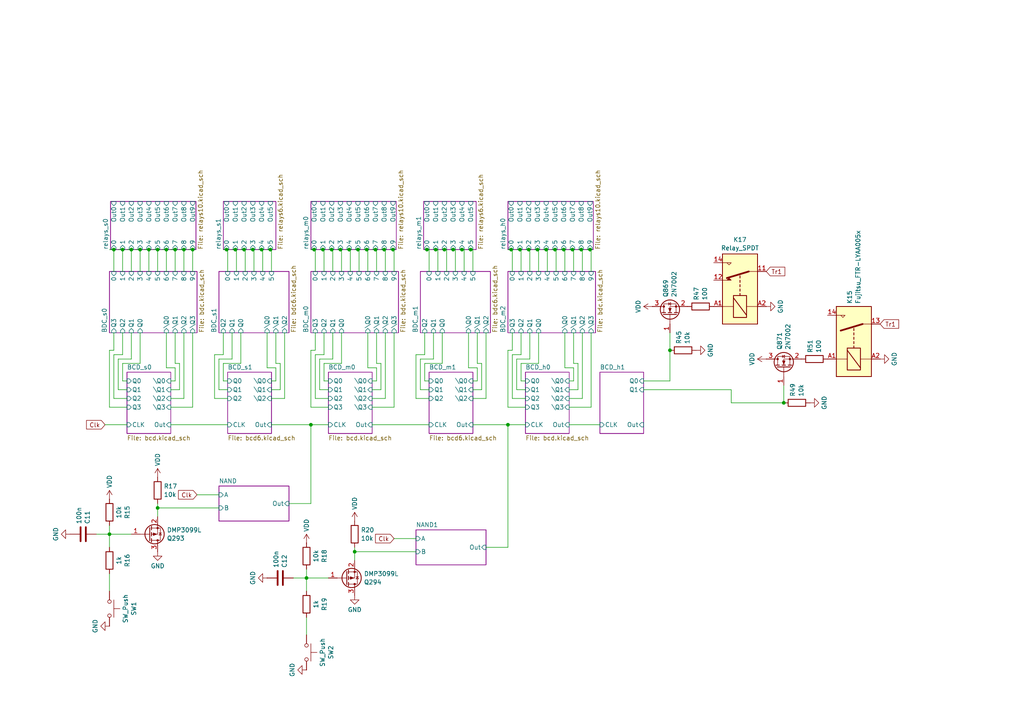
<source format=kicad_sch>
(kicad_sch (version 20250114) (generator "eeschema") (generator_version "9.0")
  (paper "A4")
  (lib_symbols
    (symbol "Device:C" (pin_numbers (hide yes)) (pin_names (offset 0.254))
      (property "Reference" "C" (at 0.635 2.54 0))
      (property "Value" "C" (at 0.635 -2.54 0))
      (symbol "C_0_1"
        (polyline (pts (xy -2.032 0.762) (xy 2.032 0.762)) (stroke (width 0.508)))
        (polyline (pts (xy -2.032 -0.762) (xy 2.032 -0.762)) (stroke (width 0.508)))
      )
      (symbol "C_1_1"
        (pin passive line (at 0 3.81 270) (length 2.794) (name "~") (number "1"))
        (pin passive line (at 0 -3.81 90) (length 2.794) (name "~") (number "2"))
      )
    )
    (symbol "Device:R" (pin_numbers (hide yes)) (pin_names (offset 0))
      (property "Reference" "R" (at 2.032 0 90))
      (property "Value" "R" (at 0 0 90))
      (symbol "R_0_1"
        (rectangle (start -1.016 -2.54) (end 1.016 2.54) (stroke (width 0.254)))
      )
      (symbol "R_1_1"
        (pin passive line (at 0 3.81 270) (length 1.27) (name "~") (number "1"))
        (pin passive line (at 0 -3.81 90) (length 1.27) (name "~") (number "2"))
      )
    )
    (symbol "Relay:Fujitsu_FTR-LYAA005x"
      (property "Reference" "K" (at 11.43 3.81 0))
      (property "Value" "Fujitsu_FTR-LYAA005x" (at 11.43 1.27 0))
      (symbol "Fujitsu_FTR-LYAA005x_0_0"
        (polyline (pts (xy 7.62 5.08) (xy 7.62 2.54) (xy 6.985 3.175) (xy 7.62 3.81)))
      )
      (symbol "Fujitsu_FTR-LYAA005x_0_1"
        (rectangle (start -10.16 5.08) (end 10.16 -5.08) (stroke (width 0.254)) (fill (type background)))
        (rectangle (start -8.255 1.905) (end -1.905 -1.905) (stroke (width 0.254)))
        (polyline (pts (xy -7.62 -1.905) (xy -2.54 1.905)) (stroke (width 0.254)))
        (polyline (pts (xy -5.08 5.08) (xy -5.08 1.905)))
        (polyline (pts (xy -5.08 -5.08) (xy -5.08 -1.905)))
        (polyline (pts (xy -1.905 0) (xy -1.27 0)) (stroke (width 0.254)))
        (polyline (pts (xy -0.635 0) (xy 0 0)) (stroke (width 0.254)))
        (polyline (pts (xy 0.635 0) (xy 1.27 0)) (stroke (width 0.254)))
        (polyline (pts (xy 1.905 0) (xy 2.54 0)) (stroke (width 0.254)))
        (polyline (pts (xy 3.175 0) (xy 3.81 0)) (stroke (width 0.254)))
        (polyline (pts (xy 5.08 -2.54) (xy 3.175 3.81)) (stroke (width 0.508)))
        (polyline (pts (xy 5.08 -2.54) (xy 5.08 -5.08)))
      )
      (symbol "Fujitsu_FTR-LYAA005x_1_1"
        (pin passive line (at -5.08 7.62 270) (length 2.54) (name "~") (number "A1"))
        (pin passive line (at -5.08 -7.62 90) (length 2.54) (name "~") (number "A2"))
        (pin passive line (at 5.08 -7.62 90) (length 2.54) (name "~") (number "13"))
        (pin passive line (at 7.62 7.62 270) (length 2.54) (name "~") (number "14"))
      )
    )
    (symbol "Relay:Relay_SPDT"
      (property "Reference" "K" (at 11.43 3.81 0))
      (property "Value" "Relay_SPDT" (at 11.43 1.27 0))
      (symbol "Relay_SPDT_0_0"
        (polyline (pts (xy 7.62 5.08) (xy 7.62 2.54) (xy 6.985 3.175) (xy 7.62 3.81)))
      )
      (symbol "Relay_SPDT_0_1"
        (rectangle (start -10.16 5.08) (end 10.16 -5.08) (stroke (width 0.254)) (fill (type background)))
        (rectangle (start -8.255 1.905) (end -1.905 -1.905) (stroke (width 0.254)))
        (polyline (pts (xy -7.62 -1.905) (xy -2.54 1.905)) (stroke (width 0.254)))
        (polyline (pts (xy -5.08 5.08) (xy -5.08 1.905)))
        (polyline (pts (xy -5.08 -5.08) (xy -5.08 -1.905)))
        (polyline (pts (xy -1.905 0) (xy -1.27 0)) (stroke (width 0.254)))
        (polyline (pts (xy -0.635 0) (xy 0 0)) (stroke (width 0.254)))
        (polyline (pts (xy 0.635 0) (xy 1.27 0)) (stroke (width 0.254)))
        (polyline (pts (xy 1.905 0) (xy 2.54 0)) (stroke (width 0.254)))
        (polyline (pts (xy 2.54 5.08) (xy 2.54 2.54) (xy 3.175 3.175) (xy 2.54 3.81)) (fill (type outline)))
        (polyline (pts (xy 3.175 0) (xy 3.81 0)) (stroke (width 0.254)))
        (polyline (pts (xy 5.08 -2.54) (xy 3.175 3.81)) (stroke (width 0.508)))
        (polyline (pts (xy 5.08 -2.54) (xy 5.08 -5.08)))
      )
      (symbol "Relay_SPDT_1_1"
        (pin passive line (at -5.08 7.62 270) (length 2.54) (name "~") (number "A1"))
        (pin passive line (at -5.08 -7.62 90) (length 2.54) (name "~") (number "A2"))
        (pin passive line (at 2.54 7.62 270) (length 2.54) (name "~") (number "12"))
        (pin passive line (at 5.08 -7.62 90) (length 2.54) (name "~") (number "11"))
        (pin passive line (at 7.62 7.62 270) (length 2.54) (name "~") (number "14"))
      )
    )
    (symbol "Switch:SW_Push" (pin_numbers (hide yes)) (pin_names (offset 1.016) (hide yes))
      (property "Reference" "SW" (at 1.27 2.54 0))
      (property "Value" "SW_Push" (at 0 -1.524 0))
      (symbol "SW_Push_0_1"
        (circle (center -2.032 0) (radius 0.508))
        (polyline (pts (xy 0 1.27) (xy 0 3.048)))
        (circle (center 2.032 0) (radius 0.508))
        (polyline (pts (xy 2.54 1.27) (xy -2.54 1.27)))
        (pin passive line (at -5.08 0 0) (length 2.54) (name "1") (number "1"))
        (pin passive line (at 5.08 0 180) (length 2.54) (name "2") (number "2"))
      )
    )
    (symbol "Transistor_FET:2N7002" (pin_names (offset 0) (hide yes))
      (property "Reference" "Q" (at 5.08 1.905 0))
      (property "Value" "2N7002" (at 5.08 0 0))
      (symbol "2N7002_0_1"
        (polyline (pts (xy 0.254 1.905) (xy 0.254 -1.905)) (stroke (width 0.254)))
        (polyline (pts (xy 0.254 0) (xy -2.54 0)))
        (polyline (pts (xy 0.762 2.286) (xy 0.762 1.27)) (stroke (width 0.254)))
        (polyline (pts (xy 0.762 0.508) (xy 0.762 -0.508)) (stroke (width 0.254)))
        (polyline (pts (xy 0.762 -1.27) (xy 0.762 -2.286)) (stroke (width 0.254)))
        (polyline (pts (xy 0.762 -1.778) (xy 3.302 -1.778) (xy 3.302 1.778) (xy 0.762 1.778)))
        (polyline (pts (xy 1.016 0) (xy 2.032 0.381) (xy 2.032 -0.381) (xy 1.016 0)) (fill (type outline)))
        (circle (center 1.651 0) (radius 2.794) (stroke (width 0.254)))
        (polyline (pts (xy 2.54 2.54) (xy 2.54 1.778)))
        (circle (center 2.54 1.778) (radius 0.254) (fill (type outline)))
        (circle (center 2.54 -1.778) (radius 0.254) (fill (type outline)))
        (polyline (pts (xy 2.54 -2.54) (xy 2.54 0) (xy 0.762 0)))
        (polyline (pts (xy 2.921 0.381) (xy 3.683 0.381)))
        (polyline (pts (xy 3.302 0.381) (xy 2.921 -0.254) (xy 3.683 -0.254) (xy 3.302 0.381)))
      )
      (symbol "2N7002_1_1"
        (pin input line (at -5.08 0 0) (length 2.54) (name "G") (number "1"))
        (pin passive line (at 2.54 5.08 270) (length 2.54) (name "D") (number "3"))
        (pin passive line (at 2.54 -5.08 90) (length 2.54) (name "S") (number "2"))
      )
    )
    (symbol "Transistor_FET:DMP3099L" (pin_names (offset 0) (hide yes))
      (property "Reference" "Q" (at 5.08 1.905 0))
      (property "Value" "DMP3099L" (at 5.08 0 0))
      (symbol "DMP3099L_0_1"
        (polyline (pts (xy 0.254 1.905) (xy 0.254 -1.905)) (stroke (width 0.254)))
        (polyline (pts (xy 0.254 0) (xy -2.54 0)))
        (polyline (pts (xy 0.762 2.286) (xy 0.762 1.27)) (stroke (width 0.254)))
        (polyline (pts (xy 0.762 1.778) (xy 3.302 1.778) (xy 3.302 -1.778) (xy 0.762 -1.778)))
        (polyline (pts (xy 0.762 0.508) (xy 0.762 -0.508)) (stroke (width 0.254)))
        (polyline (pts (xy 0.762 -1.27) (xy 0.762 -2.286)) (stroke (width 0.254)))
        (circle (center 1.651 0) (radius 2.794) (stroke (width 0.254)))
        (polyline (pts (xy 2.286 0) (xy 1.27 0.381) (xy 1.27 -0.381) (xy 2.286 0)) (fill (type outline)))
        (polyline (pts (xy 2.54 2.54) (xy 2.54 1.778)))
        (circle (center 2.54 1.778) (radius 0.254) (fill (type outline)))
        (circle (center 2.54 -1.778) (radius 0.254) (fill (type outline)))
        (polyline (pts (xy 2.54 -2.54) (xy 2.54 0) (xy 0.762 0)))
        (polyline (pts (xy 2.921 -0.381) (xy 3.683 -0.381)))
        (polyline (pts (xy 3.302 -0.381) (xy 2.921 0.254) (xy 3.683 0.254) (xy 3.302 -0.381)))
      )
      (symbol "DMP3099L_1_1"
        (pin input line (at -5.08 0 0) (length 2.54) (name "G") (number "1"))
        (pin passive line (at 2.54 5.08 270) (length 2.54) (name "D") (number "3"))
        (pin passive line (at 2.54 -5.08 90) (length 2.54) (name "S") (number "2"))
      )
    )
    (symbol "power:GND" (power) (pin_numbers (hide yes)) (pin_names (offset 0) (hide yes))
      (property "Value" "GND" (at 0 -3.81 0))
      (symbol "GND_0_1"
        (polyline (pts (xy 0 0) (xy 0 -1.27) (xy 1.27 -1.27) (xy 0 -2.54) (xy -1.27 -1.27) (xy 0 -1.27)))
      )
      (symbol "GND_1_1"
        (pin power_in line (at 0 0 270) (length 0) (name "~") (number "1"))
      )
    )
    (symbol "power:VDD" (power) (pin_numbers (hide yes)) (pin_names (offset 0) (hide yes))
      (property "Value" "VDD" (at 0 3.556 0))
      (symbol "VDD_0_1"
        (polyline (pts (xy -0.762 1.27) (xy 0 2.54)))
        (polyline (pts (xy 0 2.54) (xy 0.762 1.27)))
        (polyline (pts (xy 0 0) (xy 0 2.54)))
      )
      (symbol "VDD_1_1"
        (pin power_in line (at 0 0 90) (length 0) (name "~") (number "1"))
      )
    )
  )
  (junction (at 40.64 72.39))
  (junction (at 101.2825 72.39))
  (junction (at 168.5925 72.39))
  (junction (at 35.56 72.39))
  (junction (at 150.8125 72.39))
  (junction (at 106.3625 72.39))
  (junction (at 227.33 116.84))
  (junction (at 88.9 167.64))
  (junction (at 163.5125 72.39))
  (junction (at 48.26 72.39))
  (junction (at 111.4425 72.39))
  (junction (at 91.1225 72.39))
  (junction (at 45.72 147.32))
  (junction (at 128.905 72.39))
  (junction (at 136.525 72.39))
  (junction (at 96.2025 72.39))
  (junction (at 93.6625 72.39))
  (junction (at 45.72 72.39))
  (junction (at 158.4325 72.39))
  (junction (at 102.87 160.02))
  (junction (at 43.18 72.39))
  (junction (at 166.0525 72.39))
  (junction (at 108.9025 72.39))
  (junction (at 55.88 72.39))
  (junction (at 160.9725 72.39))
  (junction (at 155.8925 72.39))
  (junction (at 148.2725 72.39))
  (junction (at 73.3425 72.39))
  (junction (at 113.9825 72.39))
  (junction (at 31.75 154.94))
  (junction (at 98.7425 72.39))
  (junction (at 65.7225 72.39))
  (junction (at 103.8225 72.39))
  (junction (at 153.3525 72.39))
  (junction (at 33.02 72.39))
  (junction (at 147.32 123.19))
  (junction (at 126.365 72.39))
  (junction (at 171.1325 72.39))
  (junction (at 38.1 72.39))
  (junction (at 50.8 72.39))
  (junction (at 53.34 72.39))
  (junction (at 133.985 72.39))
  (junction (at 131.445 72.39))
  (junction (at 194.31 101.6))
  (junction (at 70.8025 72.39))
  (junction (at 78.4225 72.39))
  (junction (at 68.2625 72.39))
  (junction (at 123.825 72.39))
  (junction (at 90.17 123.19))
  (junction (at 75.8825 72.39))
  (wire (pts (xy 107.95 110.49) (xy 109.22 110.49)))
  (wire (pts (xy 82.55 96.52) (xy 82.55 115.57)))
  (wire (pts (xy 105.41 72.39) (xy 106.3625 72.39)))
  (wire (pts (xy 66.04 78.74) (xy 66.04 72.39)))
  (wire (pts (xy 34.29 113.03) (xy 36.83 113.03)))
  (wire (pts (xy 36.83 110.49) (xy 35.56 110.49)))
  (wire (pts (xy 31.75 118.11) (xy 36.83 118.11)))
  (wire (pts (xy 33.02 78.74) (xy 33.02 72.39)))
  (wire (pts (xy 120.65 115.57) (xy 124.46 115.57)))
  (wire (pts (xy 130.81 72.39) (xy 131.445 72.39)))
  (wire (pts (xy 153.67 96.52) (xy 153.67 104.14)))
  (wire (pts (xy 135.89 106.68) (xy 135.89 96.52)))
  (wire (pts (xy 111.76 78.74) (xy 111.76 72.39)))
  (wire (pts (xy 90.17 146.05) (xy 90.17 123.19)))
  (wire (pts (xy 163.5125 72.39) (xy 163.83 72.39)))
  (wire (pts (xy 88.9 167.64) (xy 95.25 167.64)))
  (wire (pts (xy 110.49 105.41) (xy 110.49 113.03)))
  (wire (pts (xy 152.4 115.57) (xy 148.59 115.57)))
  (wire (pts (xy 91.44 78.74) (xy 91.44 72.39)))
  (wire (pts (xy 64.77 72.39) (xy 65.7225 72.39)))
  (wire (pts (xy 151.13 96.52) (xy 151.13 102.87)))
  (wire (pts (xy 158.4325 72.39) (xy 158.75 72.39)))
  (wire (pts (xy 40.64 78.74) (xy 40.64 72.39)))
  (wire (pts (xy 166.37 106.68) (xy 163.83 106.68)))
  (wire (pts (xy 152.4 118.11) (xy 147.32 118.11)))
  (wire (pts (xy 125.73 72.39) (xy 126.365 72.39)))
  (wire (pts (xy 128.27 72.39) (xy 128.905 72.39)))
  (wire (pts (xy 90.17 118.11) (xy 95.25 118.11)))
  (wire (pts (xy 91.44 115.57) (xy 91.44 102.87)))
  (wire (pts (xy 124.46 78.74) (xy 124.46 72.39)))
  (wire (pts (xy 63.5 113.03) (xy 66.04 113.03)))
  (wire (pts (xy 50.8 78.74) (xy 50.8 72.39)))
  (wire (pts (xy 148.59 101.6) (xy 147.32 101.6)))
  (wire (pts (xy 49.53 72.39) (xy 50.8 72.39)))
  (wire (pts (xy 137.16 113.03) (xy 139.7 113.03)))
  (wire (pts (xy 163.83 78.74) (xy 163.83 72.39)))
  (wire (pts (xy 166.37 105.41) (xy 167.64 105.41)))
  (wire (pts (xy 147.32 118.11) (xy 147.32 101.6)))
  (wire (pts (xy 36.83 115.57) (xy 33.02 115.57)))
  (wire (pts (xy 96.52 78.74) (xy 96.52 72.39)))
  (wire (pts (xy 120.65 115.57) (xy 120.65 102.87)))
  (wire (pts (xy 113.03 72.39) (xy 113.9825 72.39)))
  (wire (pts (xy 69.85 72.39) (xy 70.8025 72.39)))
  (wire (pts (xy 57.15 143.51) (xy 63.5 143.51)))
  (wire (pts (xy 49.53 123.19) (xy 66.04 123.19)))
  (wire (pts (xy 147.32 123.19) (xy 152.4 123.19)))
  (wire (pts (xy 53.34 96.52) (xy 53.34 115.57)))
  (wire (pts (xy 140.97 158.75) (xy 147.32 158.75)))
  (wire (pts (xy 106.3625 72.39) (xy 106.68 72.39)))
  (wire (pts (xy 137.16 78.74) (xy 137.16 72.39)))
  (wire (pts (xy 80.01 106.68) (xy 77.47 106.68)))
  (wire (pts (xy 171.45 78.74) (xy 171.45 72.39)))
  (wire (pts (xy 41.91 72.39) (xy 43.18 72.39)))
  (wire (pts (xy 35.56 110.49) (xy 35.56 105.41)))
  (wire (pts (xy 80.01 105.41) (xy 81.28 105.41)))
  (wire (pts (xy 81.28 105.41) (xy 81.28 113.03)))
  (wire (pts (xy 101.2825 72.39) (xy 101.6 72.39)))
  (wire (pts (xy 48.26 106.68) (xy 48.26 96.52)))
  (wire (pts (xy 156.21 96.52) (xy 156.21 105.41)))
  (wire (pts (xy 106.68 106.68) (xy 106.68 96.52)))
  (wire (pts (xy 33.02 101.6) (xy 31.75 101.6)))
  (wire (pts (xy 194.31 101.6) (xy 194.31 96.52)))
  (wire (pts (xy 92.71 72.39) (xy 93.6625 72.39)))
  (wire (pts (xy 62.23 115.57) (xy 62.23 102.87)))
  (wire (pts (xy 151.13 78.74) (xy 151.13 72.39)))
  (wire (pts (xy 148.59 78.74) (xy 148.59 72.39)))
  (wire (pts (xy 45.72 147.32) (xy 45.72 149.86)))
  (wire (pts (xy 68.58 78.74) (xy 68.58 72.39)))
  (wire (pts (xy 31.75 171.45) (xy 31.75 166.37)))
  (wire (pts (xy 165.1 110.49) (xy 166.37 110.49)))
  (wire (pts (xy 136.525 72.39) (xy 137.16 72.39)))
  (wire (pts (xy 151.13 105.41) (xy 156.21 105.41)))
  (wire (pts (xy 52.07 72.39) (xy 53.34 72.39)))
  (wire (pts (xy 102.87 72.39) (xy 103.8225 72.39)))
  (wire (pts (xy 96.52 96.52) (xy 96.52 104.14)))
  (wire (pts (xy 49.53 115.57) (xy 53.34 115.57)))
  (wire (pts (xy 35.56 105.41) (xy 40.64 105.41)))
  (wire (pts (xy 171.1325 72.39) (xy 171.45 72.39)))
  (wire (pts (xy 153.67 72.39) (xy 153.67 78.74)))
  (wire (pts (xy 153.67 104.14) (xy 149.86 104.14)))
  (wire (pts (xy 140.97 96.52) (xy 140.97 115.57)))
  (wire (pts (xy 68.2625 72.39) (xy 68.58 72.39)))
  (wire (pts (xy 101.6 78.74) (xy 101.6 72.39)))
  (wire (pts (xy 78.74 113.03) (xy 81.28 113.03)))
  (wire (pts (xy 109.22 105.41) (xy 110.49 105.41)))
  (wire (pts (xy 38.1 96.52) (xy 38.1 104.14)))
  (wire (pts (xy 114.3 96.52) (xy 114.3 118.11)))
  (wire (pts (xy 50.8 106.68) (xy 48.26 106.68)))
  (wire (pts (xy 128.27 96.52) (xy 128.27 105.41)))
  (wire (pts (xy 138.43 96.52) (xy 138.43 105.41)))
  (wire (pts (xy 33.02 115.57) (xy 33.02 102.87)))
  (wire (pts (xy 90.17 72.39) (xy 91.1225 72.39)))
  (wire (pts (xy 62.23 102.87) (xy 64.77 102.87)))
  (wire (pts (xy 135.89 72.39) (xy 136.525 72.39)))
  (wire (pts (xy 137.16 123.19) (xy 147.32 123.19)))
  (wire (pts (xy 155.8925 72.39) (xy 156.21 72.39)))
  (wire (pts (xy 167.64 113.03) (xy 165.1 113.03)))
  (wire (pts (xy 45.72 146.05) (xy 45.72 147.32)))
  (wire (pts (xy 138.43 105.41) (xy 139.7 105.41)))
  (wire (pts (xy 49.53 110.49) (xy 50.8 110.49)))
  (wire (pts (xy 64.77 96.52) (xy 64.77 102.87)))
  (wire (pts (xy 138.43 106.68) (xy 135.89 106.68)))
  (wire (pts (xy 111.4425 72.39) (xy 111.76 72.39)))
  (wire (pts (xy 78.4225 72.39) (xy 78.74 72.39)))
  (wire (pts (xy 121.92 104.14) (xy 121.92 113.03)))
  (wire (pts (xy 134.62 78.74) (xy 134.62 72.39)))
  (wire (pts (xy 126.365 72.39) (xy 127 72.39)))
  (wire (pts (xy 52.07 113.03) (xy 49.53 113.03)))
  (wire (pts (xy 109.22 106.68) (xy 106.68 106.68)))
  (wire (pts (xy 96.52 104.14) (xy 92.71 104.14)))
  (wire (pts (xy 71.12 78.74) (xy 71.12 72.39)))
  (wire (pts (xy 160.9725 72.39) (xy 161.29 72.39)))
  (wire (pts (xy 64.77 110.49) (xy 64.77 105.41)))
  (wire (pts (xy 131.445 72.39) (xy 132.08 72.39)))
  (wire (pts (xy 45.72 78.74) (xy 45.72 72.39)))
  (wire (pts (xy 123.19 110.49) (xy 124.46 110.49)))
  (wire (pts (xy 95.25 72.39) (xy 96.2025 72.39)))
  (wire (pts (xy 109.22 96.52) (xy 109.22 105.41)))
  (wire (pts (xy 36.83 72.39) (xy 38.1 72.39)))
  (wire (pts (xy 104.14 78.74) (xy 104.14 72.39)))
  (wire (pts (xy 166.37 78.74) (xy 166.37 72.39)))
  (wire (pts (xy 31.75 154.94) (xy 31.75 152.4)))
  (wire (pts (xy 38.1 104.14) (xy 34.29 104.14)))
  (wire (pts (xy 123.19 110.49) (xy 123.19 105.41)))
  (wire (pts (xy 168.91 78.74) (xy 168.91 72.39)))
  (wire (pts (xy 152.4 110.49) (xy 151.13 110.49)))
  (wire (pts (xy 80.01 96.52) (xy 80.01 105.41)))
  (wire (pts (xy 88.9 167.64) (xy 88.9 165.1)))
  (wire (pts (xy 151.13 110.49) (xy 151.13 105.41)))
  (wire (pts (xy 137.16 110.49) (xy 138.43 110.49)))
  (wire (pts (xy 110.49 72.39) (xy 111.4425 72.39)))
  (wire (pts (xy 55.88 96.52) (xy 55.88 118.11)))
  (wire (pts (xy 63.5 104.14) (xy 63.5 113.03)))
  (wire (pts (xy 97.79 72.39) (xy 98.7425 72.39)))
  (wire (pts (xy 31.75 154.94) (xy 38.1 154.94)))
  (wire (pts (xy 40.64 96.52) (xy 40.64 105.41)))
  (wire (pts (xy 78.74 115.57) (xy 82.55 115.57)))
  (wire (pts (xy 45.72 147.32) (xy 63.5 147.32)))
  (wire (pts (xy 99.06 78.74) (xy 99.06 72.39)))
  (wire (pts (xy 163.83 106.68) (xy 163.83 96.52)))
  (wire (pts (xy 148.59 102.87) (xy 151.13 102.87)))
  (wire (pts (xy 125.73 104.14) (xy 121.92 104.14)))
  (wire (pts (xy 92.71 104.14) (xy 92.71 113.03)))
  (wire (pts (xy 165.1 123.19) (xy 173.99 123.19)))
  (wire (pts (xy 93.98 110.49) (xy 93.98 105.41)))
  (wire (pts (xy 35.56 96.52) (xy 35.56 102.87)))
  (wire (pts (xy 114.3 78.74) (xy 114.3 72.39)))
  (wire (pts (xy 62.23 115.57) (xy 66.04 115.57)))
  (wire (pts (xy 93.6625 72.39) (xy 93.98 72.39)))
  (wire (pts (xy 109.22 78.74) (xy 109.22 72.39)))
  (wire (pts (xy 73.66 78.74) (xy 73.66 72.39)))
  (wire (pts (xy 102.87 158.75) (xy 102.87 160.02)))
  (wire (pts (xy 148.59 96.52) (xy 148.59 101.6)))
  (wire (pts (xy 152.4 113.03) (xy 149.86 113.03)))
  (wire (pts (xy 168.5925 72.39) (xy 168.91 72.39)))
  (wire (pts (xy 77.47 72.39) (xy 78.4225 72.39)))
  (wire (pts (xy 165.1 115.57) (xy 168.91 115.57)))
  (wire (pts (xy 80.01 110.49) (xy 80.01 106.68)))
  (wire (pts (xy 127 78.74) (xy 127 72.39)))
  (wire (pts (xy 91.44 96.52) (xy 91.44 101.6)))
  (wire (pts (xy 64.77 110.49) (xy 66.04 110.49)))
  (wire (pts (xy 148.59 115.57) (xy 148.59 102.87)))
  (wire (pts (xy 114.3 118.11) (xy 107.95 118.11)))
  (wire (pts (xy 133.985 72.39) (xy 134.62 72.39)))
  (wire (pts (xy 102.87 160.02) (xy 102.87 162.56)))
  (wire (pts (xy 133.35 72.39) (xy 133.985 72.39)))
  (wire (pts (xy 70.8025 72.39) (xy 71.12 72.39)))
  (wire (pts (xy 54.61 72.39) (xy 55.88 72.39)))
  (wire (pts (xy 102.87 160.02) (xy 120.65 160.02)))
  (wire (pts (xy 31.75 158.75) (xy 31.75 154.94)))
  (wire (pts (xy 157.48 72.39) (xy 158.4325 72.39)))
  (wire (pts (xy 121.92 113.03) (xy 124.46 113.03)))
  (wire (pts (xy 91.44 102.87) (xy 93.98 102.87)))
  (wire (pts (xy 153.3525 72.39) (xy 153.67 72.39)))
  (wire (pts (xy 52.07 105.41) (xy 52.07 113.03)))
  (wire (pts (xy 107.95 72.39) (xy 108.9025 72.39)))
  (wire (pts (xy 93.98 105.41) (xy 99.06 105.41)))
  (wire (pts (xy 154.94 72.39) (xy 155.8925 72.39)))
  (wire (pts (xy 92.71 113.03) (xy 95.25 113.03)))
  (wire (pts (xy 90.17 101.6) (xy 90.17 118.11)))
  (wire (pts (xy 147.32 72.39) (xy 148.2725 72.39)))
  (wire (pts (xy 165.1 72.39) (xy 166.0525 72.39)))
  (wire (pts (xy 78.74 78.74) (xy 78.74 72.39)))
  (wire (pts (xy 111.76 96.52) (xy 111.76 115.57)))
  (wire (pts (xy 149.86 113.03) (xy 149.86 104.14)))
  (wire (pts (xy 88.9 171.45) (xy 88.9 167.64)))
  (wire (pts (xy 103.8225 72.39) (xy 104.14 72.39)))
  (wire (pts (xy 166.37 110.49) (xy 166.37 106.68)))
  (wire (pts (xy 50.8 96.52) (xy 50.8 105.41)))
  (wire (pts (xy 152.4 72.39) (xy 153.3525 72.39)))
  (wire (pts (xy 161.29 78.74) (xy 161.29 72.39)))
  (wire (pts (xy 78.74 110.49) (xy 80.01 110.49)))
  (wire (pts (xy 91.1225 72.39) (xy 91.44 72.39)))
  (wire (pts (xy 186.69 110.49) (xy 194.31 110.49)))
  (wire (pts (xy 55.88 78.74) (xy 55.88 72.39)))
  (wire (pts (xy 31.75 72.39) (xy 33.02 72.39)))
  (wire (pts (xy 129.54 78.74) (xy 129.54 72.39)))
  (wire (pts (xy 186.69 113.03) (xy 212.09 113.03)))
  (wire (pts (xy 95.25 110.49) (xy 93.98 110.49)))
  (wire (pts (xy 171.45 96.52) (xy 171.45 118.11)))
  (wire (pts (xy 212.09 116.84) (xy 227.33 116.84)))
  (wire (pts (xy 34.29 72.39) (xy 35.56 72.39)))
  (wire (pts (xy 167.64 72.39) (xy 168.5925 72.39)))
  (wire (pts (xy 95.25 115.57) (xy 91.44 115.57)))
  (wire (pts (xy 69.85 96.52) (xy 69.85 105.41)))
  (wire (pts (xy 139.7 105.41) (xy 139.7 113.03)))
  (wire (pts (xy 156.21 78.74) (xy 156.21 72.39)))
  (wire (pts (xy 123.19 96.52) (xy 123.19 102.87)))
  (wire (pts (xy 162.56 72.39) (xy 163.5125 72.39)))
  (wire (pts (xy 72.39 72.39) (xy 73.3425 72.39)))
  (wire (pts (xy 77.47 106.68) (xy 77.47 96.52)))
  (wire (pts (xy 44.45 72.39) (xy 45.72 72.39)))
  (wire (pts (xy 120.65 102.87) (xy 123.19 102.87)))
  (wire (pts (xy 148.2725 72.39) (xy 148.59 72.39)))
  (wire (pts (xy 107.95 123.19) (xy 124.46 123.19)))
  (wire (pts (xy 123.825 72.39) (xy 124.46 72.39)))
  (wire (pts (xy 107.95 115.57) (xy 111.76 115.57)))
  (wire (pts (xy 73.3425 72.39) (xy 73.66 72.39)))
  (wire (pts (xy 138.43 110.49) (xy 138.43 106.68)))
  (wire (pts (xy 74.93 72.39) (xy 75.8825 72.39)))
  (wire (pts (xy 123.19 72.39) (xy 123.825 72.39)))
  (wire (pts (xy 170.18 72.39) (xy 171.1325 72.39)))
  (wire (pts (xy 93.98 78.74) (xy 93.98 72.39)))
  (wire (pts (xy 96.2025 72.39) (xy 96.52 72.39)))
  (wire (pts (xy 132.08 78.74) (xy 132.08 72.39)))
  (wire (pts (xy 33.02 96.52) (xy 33.02 101.6)))
  (wire (pts (xy 113.9825 72.39) (xy 114.3 72.39)))
  (wire (pts (xy 168.91 115.57) (xy 168.91 96.52)))
  (wire (pts (xy 34.29 104.14) (xy 34.29 113.03)))
  (wire (pts (xy 114.3 156.21) (xy 120.65 156.21)))
  (wire (pts (xy 93.98 96.52) (xy 93.98 102.87)))
  (wire (pts (xy 171.45 118.11) (xy 165.1 118.11)))
  (wire (pts (xy 227.33 116.84) (xy 227.33 111.76)))
  (wire (pts (xy 150.8125 72.39) (xy 151.13 72.39)))
  (wire (pts (xy 31.75 154.94) (xy 27.94 154.94)))
  (wire (pts (xy 212.09 113.03) (xy 212.09 116.84)))
  (wire (pts (xy 53.34 78.74) (xy 53.34 72.39)))
  (wire (pts (xy 100.33 72.39) (xy 101.2825 72.39)))
  (wire (pts (xy 83.82 146.05) (xy 90.17 146.05)))
  (wire (pts (xy 67.31 96.52) (xy 67.31 104.14)))
  (wire (pts (xy 137.16 115.57) (xy 140.97 115.57)))
  (wire (pts (xy 109.22 110.49) (xy 109.22 106.68)))
  (wire (pts (xy 67.31 72.39) (xy 68.2625 72.39)))
  (wire (pts (xy 123.19 105.41) (xy 128.27 105.41)))
  (wire (pts (xy 39.37 72.39) (xy 40.64 72.39)))
  (wire (pts (xy 46.99 72.39) (xy 48.26 72.39)))
  (wire (pts (xy 64.77 105.41) (xy 69.85 105.41)))
  (wire (pts (xy 91.44 101.6) (xy 90.17 101.6)))
  (wire (pts (xy 108.9025 72.39) (xy 109.22 72.39)))
  (wire (pts (xy 30.48 123.19) (xy 36.83 123.19)))
  (wire (pts (xy 99.06 96.52) (xy 99.06 105.41)))
  (wire (pts (xy 55.88 118.11) (xy 49.53 118.11)))
  (wire (pts (xy 38.1 78.74) (xy 38.1 72.39)))
  (wire (pts (xy 88.9 167.64) (xy 85.09 167.64)))
  (wire (pts (xy 160.02 72.39) (xy 160.9725 72.39)))
  (wire (pts (xy 158.75 78.74) (xy 158.75 72.39)))
  (wire (pts (xy 194.31 110.49) (xy 194.31 101.6)))
  (wire (pts (xy 149.86 72.39) (xy 150.8125 72.39)))
  (wire (pts (xy 48.26 78.74) (xy 48.26 72.39)))
  (wire (pts (xy 106.68 78.74) (xy 106.68 72.39)))
  (wire (pts (xy 110.49 113.03) (xy 107.95 113.03)))
  (wire (pts (xy 147.32 123.19) (xy 147.32 158.75)))
  (wire (pts (xy 76.2 78.74) (xy 76.2 72.39)))
  (wire (pts (xy 88.9 184.15) (xy 88.9 179.07)))
  (wire (pts (xy 125.73 96.52) (xy 125.73 104.14)))
  (wire (pts (xy 33.02 102.87) (xy 35.56 102.87)))
  (wire (pts (xy 50.8 110.49) (xy 50.8 106.68)))
  (wire (pts (xy 167.64 105.41) (xy 167.64 113.03)))
  (wire (pts (xy 65.7225 72.39) (xy 66.04 72.39)))
  (wire (pts (xy 166.37 96.52) (xy 166.37 105.41)))
  (wire (pts (xy 75.8825 72.39) (xy 76.2 72.39)))
  (wire (pts (xy 50.8 105.41) (xy 52.07 105.41)))
  (wire (pts (xy 166.0525 72.39) (xy 166.37 72.39)))
  (wire (pts (xy 98.7425 72.39) (xy 99.06 72.39)))
  (wire (pts (xy 90.17 123.19) (xy 95.25 123.19)))
  (wire (pts (xy 67.31 104.14) (xy 63.5 104.14)))
  (wire (pts (xy 35.56 78.74) (xy 35.56 72.39)))
  (wire (pts (xy 31.75 101.6) (xy 31.75 118.11)))
  (wire (pts (xy 43.18 78.74) (xy 43.18 72.39)))
  (wire (pts (xy 78.74 123.19) (xy 90.17 123.19)))
  (wire (pts (xy 128.905 72.39) (xy 129.54 72.39)))
  (global_label "Clk" (shape input) (at 114.3 156.21 180) (property "Intersheetrefs" "${INTERSHEET_REFS}" (effects (hide yes))))
  (global_label "Tr1" (shape input) (at 255.27 93.98 0) (property "Intersheetrefs" "${INTERSHEET_REFS}" (effects (hide yes))))
  (global_label "Clk" (shape input) (at 57.15 143.51 180) (property "Intersheetrefs" "${INTERSHEET_REFS}" (effects (hide yes))))
  (global_label "Tr1" (shape input) (at 222.25 78.74 0) (property "Intersheetrefs" "${INTERSHEET_REFS}" (effects (hide yes))))
  (global_label "Clk" (shape input) (at 30.48 123.19 180) (property "Intersheetrefs" "${INTERSHEET_REFS}" (effects (hide yes))))
  (symbol (lib_id "power:VDD") (at 88.9 157.48 0) (mirror y) (unit 1)
    (property "Reference" "#PWR0122" (effects (hide yes)))
    (property "Value" "VDD" (at 88.9 154.305 90) (effects (justify left)))
    (property "Description" "Power symbol creates a global label with name \"VDD\"" (effects (hide yes)))
  )
  (symbol (lib_id "Relay:Fujitsu_FTR-LYAA005x") (at 247.65 99.06 90) (unit 1)
    (property "Reference" "K15" (at 246.4378 88.138 0) (effects (justify left)))
    (property "Value" "Fujitsu_FTR-LYAA005x" (at 248.8621 88.138 0) (effects (justify left)))
    (property "Footprint" "Relay_THT:Relay_SPST-NO_Fujitsu_FTR-LYAA005x_FormA_Vertical" (effects (hide yes)))
    (property "Datasheet" "https://www.fujitsu.com/sg/imagesgig5/ftr-ly.pdf" (effects (hide yes)))
    (property "Description" "Relay, SPST Form A, vertical mount, 5-60V coil, 6A, 250VAC, 28 x 5 x 15mm" (effects (hide yes)))
  )
  (symbol (lib_id "power:GND") (at 88.9 194.31 270) (mirror x) (unit 1)
    (property "Reference" "#PWR0123" (effects (hide yes)))
    (property "Value" "GND" (at 84.7669 194.31 0))
    (property "Description" "Power symbol creates a global label with name \"GND\" , ground" (effects (hide yes)))
  )
  (symbol (lib_id "power:GND") (at 31.75 181.61 270) (mirror x) (unit 1)
    (property "Reference" "#PWR0118" (effects (hide yes)))
    (property "Value" "GND" (at 27.6169 181.61 0))
    (property "Description" "Power symbol creates a global label with name \"GND\" , ground" (effects (hide yes)))
  )
  (symbol (lib_id "power:GND") (at 77.47 167.64 270) (mirror x) (unit 1)
    (property "Reference" "#PWR0121" (effects (hide yes)))
    (property "Value" "GND" (at 73.3369 167.64 0))
    (property "Description" "Power symbol creates a global label with name \"GND\" , ground" (effects (hide yes)))
  )
  (symbol (lib_id "Device:R") (at 102.87 154.94 0) (unit 1)
    (property "Reference" "R20" (at 104.648 153.7278 0) (effects (justify left)))
    (property "Value" "10k" (at 104.648 156.1521 0) (effects (justify left)))
    (property "Footprint" "Resistor_SMD:R_0402_1005Metric" (effects (hide yes)))
    (property "Description" "Resistor" (effects (hide yes)))
  )
  (symbol (lib_id "power:VDD") (at 189.23 88.9 90) (unit 1)
    (property "Reference" "#PWR0360" (effects (hide yes)))
    (property "Value" "VDD" (at 185.0969 88.9 0))
    (property "Description" "Power symbol creates a global label with name \"VDD\"" (effects (hide yes)))
  )
  (symbol (lib_id "Device:R") (at 236.22 104.14 90) (unit 1)
    (property "Reference" "R51" (at 235.0078 102.362 0) (effects (justify left)))
    (property "Value" "100" (at 237.4321 102.362 0) (effects (justify left)))
    (property "Footprint" "Resistor_SMD:R_0402_1005Metric" (effects (hide yes)))
    (property "Description" "Resistor" (effects (hide yes)))
  )
  (symbol (lib_id "power:VDD") (at 102.87 151.13 0) (mirror y) (unit 1)
    (property "Reference" "#PWR0124" (effects (hide yes)))
    (property "Value" "VDD" (at 102.87 147.955 90) (effects (justify left)))
    (property "Description" "Power symbol creates a global label with name \"VDD\"" (effects (hide yes)))
  )
  (symbol (lib_id "power:VDD") (at 31.75 144.78 0) (mirror y) (unit 1)
    (property "Reference" "#PWR0117" (effects (hide yes)))
    (property "Value" "VDD" (at 31.75 141.605 90) (effects (justify left)))
    (property "Description" "Power symbol creates a global label with name \"VDD\"" (effects (hide yes)))
  )
  (symbol (lib_id "Relay:Relay_SPDT") (at 214.63 83.82 90) (unit 1)
    (property "Reference" "K17" (at 214.63 69.5155 90))
    (property "Value" "Relay_SPDT" (at 214.63 71.9398 90))
    (property "Description" "Relay SPDT, monostable, EN50005" (effects (hide yes)))
  )
  (symbol (lib_id "power:VDD") (at 222.25 104.14 90) (unit 1)
    (property "Reference" "#PWR0366" (effects (hide yes)))
    (property "Value" "VDD" (at 218.1169 104.14 0))
    (property "Description" "Power symbol creates a global label with name \"VDD\"" (effects (hide yes)))
  )
  (symbol (lib_id "power:GND") (at 201.93 101.6 90) (unit 1)
    (property "Reference" "#PWR0358" (effects (hide yes)))
    (property "Value" "GND" (at 206.0631 101.6 0))
    (property "Description" "Power symbol creates a global label with name \"GND\" , ground" (effects (hide yes)))
  )
  (symbol (lib_id "Transistor_FET:2N7002") (at 227.33 106.68 90) (unit 1)
    (property "Reference" "Q871" (at 226.1178 101.473 0) (effects (justify left)))
    (property "Value" "2N7002" (at 228.5421 101.473 0) (effects (justify left)))
    (property "Footprint" "Package_TO_SOT_SMD:SOT-23" (effects (hide yes)))
    (property "Datasheet" "https://www.onsemi.com/pub/Collateral/NDS7002A-D.PDF" (effects (hide yes)))
    (property "Description" "0.115A Id, 60V Vds, N-Channel MOSFET, SOT-23" (effects (hide yes)))
  )
  (symbol (lib_id "Device:R") (at 31.75 148.59 0) (mirror x) (unit 1)
    (property "Reference" "R15" (at 36.9105 148.59 90))
    (property "Value" "10k" (at 34.4862 148.59 90))
    (property "Footprint" "Resistor_SMD:R_0402_1005Metric" (effects (hide yes)))
    (property "Description" "Resistor" (effects (hide yes)))
  )
  (symbol (lib_id "Device:R") (at 45.72 142.24 0) (unit 1)
    (property "Reference" "R17" (at 47.498 141.0278 0) (effects (justify left)))
    (property "Value" "10k" (at 47.498 143.4521 0) (effects (justify left)))
    (property "Footprint" "Resistor_SMD:R_0402_1005Metric" (effects (hide yes)))
    (property "Description" "Resistor" (effects (hide yes)))
  )
  (symbol (lib_id "Device:R") (at 31.75 162.56 0) (mirror x) (unit 1)
    (property "Reference" "R16" (at 36.9105 162.56 90))
    (property "Value" "1k" (at 34.4862 162.56 90))
    (property "Footprint" "Resistor_SMD:R_0402_1005Metric" (effects (hide yes)))
    (property "Description" "Resistor" (effects (hide yes)))
  )
  (symbol (lib_id "Device:C") (at 81.28 167.64 270) (mirror x) (unit 1)
    (property "Reference" "C12" (at 82.4922 164.719 0) (effects (justify left)))
    (property "Value" "100n" (at 80.0679 164.719 0) (effects (justify left)))
    (property "Description" "Unpolarized capacitor" (effects (hide yes)))
  )
  (symbol (lib_id "Transistor_FET:DMP3099L") (at 100.33 167.64 0) (mirror x) (unit 1)
    (property "Reference" "Q294" (at 105.537 168.8522 0) (effects (justify left)))
    (property "Value" "DMP3099L" (at 105.537 166.4279 0) (effects (justify left)))
    (property "Footprint" "Package_TO_SOT_SMD:SOT-23" (effects (hide yes)))
    (property "Datasheet" "https://www.diodes.com/assets/Datasheets/DMP3099L.pdf" (effects (hide yes)))
    (property "Description" "-3.8A Id, -30V Vds, P-Channel MOSFET, SOT-23" (effects (hide yes)))
  )
  (symbol (lib_id "Device:R") (at 88.9 175.26 0) (mirror x) (unit 1)
    (property "Reference" "R19" (at 94.0605 175.26 90))
    (property "Value" "1k" (at 91.6362 175.26 90))
    (property "Footprint" "Resistor_SMD:R_0402_1005Metric" (effects (hide yes)))
    (property "Description" "Resistor" (effects (hide yes)))
  )
  (symbol (lib_id "power:GND") (at 222.25 88.9 90) (unit 1)
    (property "Reference" "#PWR0361" (effects (hide yes)))
    (property "Value" "GND" (at 226.3831 88.9 0))
    (property "Description" "Power symbol creates a global label with name \"GND\" , ground" (effects (hide yes)))
  )
  (symbol (lib_id "power:GND") (at 234.95 116.84 90) (unit 1)
    (property "Reference" "#PWR0364" (effects (hide yes)))
    (property "Value" "GND" (at 239.0831 116.84 0))
    (property "Description" "Power symbol creates a global label with name \"GND\" , ground" (effects (hide yes)))
  )
  (symbol (lib_id "power:GND") (at 20.32 154.94 270) (mirror x) (unit 1)
    (property "Reference" "#PWR0116" (effects (hide yes)))
    (property "Value" "GND" (at 16.1869 154.94 0))
    (property "Description" "Power symbol creates a global label with name \"GND\" , ground" (effects (hide yes)))
  )
  (symbol (lib_id "Device:R") (at 203.2 88.9 90) (unit 1)
    (property "Reference" "R47" (at 201.9878 87.122 0) (effects (justify left)))
    (property "Value" "100" (at 204.4121 87.122 0) (effects (justify left)))
    (property "Footprint" "Resistor_SMD:R_0402_1005Metric" (effects (hide yes)))
    (property "Description" "Resistor" (effects (hide yes)))
  )
  (symbol (lib_id "Device:R") (at 198.12 101.6 90) (unit 1)
    (property "Reference" "R45" (at 196.9078 99.822 0) (effects (justify left)))
    (property "Value" "10k" (at 199.3321 99.822 0) (effects (justify left)))
    (property "Footprint" "Resistor_SMD:R_0402_1005Metric" (effects (hide yes)))
    (property "Description" "Resistor" (effects (hide yes)))
  )
  (symbol (lib_id "Transistor_FET:DMP3099L") (at 43.18 154.94 0) (mirror x) (unit 1)
    (property "Reference" "Q293" (at 48.387 156.1522 0) (effects (justify left)))
    (property "Value" "DMP3099L" (at 48.387 153.7279 0) (effects (justify left)))
    (property "Footprint" "Package_TO_SOT_SMD:SOT-23" (effects (hide yes)))
    (property "Datasheet" "https://www.diodes.com/assets/Datasheets/DMP3099L.pdf" (effects (hide yes)))
    (property "Description" "-3.8A Id, -30V Vds, P-Channel MOSFET, SOT-23" (effects (hide yes)))
  )
  (symbol (lib_id "Switch:SW_Push") (at 31.75 176.53 270) (mirror x) (unit 1)
    (property "Reference" "SW1" (at 38.8155 176.53 0))
    (property "Value" "SW_Push" (at 36.3912 176.53 0))
    (property "Description" "Push button switch, generic, two pins" (effects (hide yes)))
  )
  (symbol (lib_id "Transistor_FET:2N7002") (at 194.31 91.44 90) (unit 1)
    (property "Reference" "Q869" (at 193.0978 86.233 0) (effects (justify left)))
    (property "Value" "2N7002" (at 195.5221 86.233 0) (effects (justify left)))
    (property "Footprint" "Package_TO_SOT_SMD:SOT-23" (effects (hide yes)))
    (property "Datasheet" "https://www.onsemi.com/pub/Collateral/NDS7002A-D.PDF" (effects (hide yes)))
    (property "Description" "0.115A Id, 60V Vds, N-Channel MOSFET, SOT-23" (effects (hide yes)))
  )
  (symbol (lib_id "power:GND") (at 102.87 172.72 0) (unit 1)
    (property "Reference" "#PWR0125" (effects (hide yes)))
    (property "Value" "GND" (at 102.87 176.8531 0))
    (property "Description" "Power symbol creates a global label with name \"GND\" , ground" (effects (hide yes)))
  )
  (symbol (lib_id "Device:C") (at 24.13 154.94 270) (mirror x) (unit 1)
    (property "Reference" "C11" (at 25.3422 152.019 0) (effects (justify left)))
    (property "Value" "100n" (at 22.9179 152.019 0) (effects (justify left)))
    (property "Description" "Unpolarized capacitor" (effects (hide yes)))
  )
  (symbol (lib_id "Switch:SW_Push") (at 88.9 189.23 270) (mirror x) (unit 1)
    (property "Reference" "SW2" (at 95.9655 189.23 0))
    (property "Value" "SW_Push" (at 93.5412 189.23 0))
    (property "Description" "Push button switch, generic, two pins" (effects (hide yes)))
  )
  (symbol (lib_id "power:GND") (at 255.27 104.14 90) (unit 1)
    (property "Reference" "#PWR0367" (effects (hide yes)))
    (property "Value" "GND" (at 259.4031 104.14 0))
    (property "Description" "Power symbol creates a global label with name \"GND\" , ground" (effects (hide yes)))
  )
  (symbol (lib_id "Device:R") (at 88.9 161.29 0) (mirror x) (unit 1)
    (property "Reference" "R18" (at 94.0605 161.29 90))
    (property "Value" "10k" (at 91.6362 161.29 90))
    (property "Footprint" "Resistor_SMD:R_0402_1005Metric" (effects (hide yes)))
    (property "Description" "Resistor" (effects (hide yes)))
  )
  (symbol (lib_id "power:GND") (at 45.72 160.02 0) (unit 1)
    (property "Reference" "#PWR0120" (effects (hide yes)))
    (property "Value" "GND" (at 45.72 164.1531 0))
    (property "Description" "Power symbol creates a global label with name \"GND\" , ground" (effects (hide yes)))
  )
  (symbol (lib_id "power:VDD") (at 45.72 138.43 0) (mirror y) (unit 1)
    (property "Reference" "#PWR0119" (effects (hide yes)))
    (property "Value" "VDD" (at 45.72 135.255 90) (effects (justify left)))
    (property "Description" "Power symbol creates a global label with name \"VDD\"" (effects (hide yes)))
  )
  (symbol (lib_id "Device:R") (at 231.14 116.84 90) (unit 1)
    (property "Reference" "R49" (at 229.9278 115.062 0) (effects (justify left)))
    (property "Value" "10k" (at 232.3521 115.062 0) (effects (justify left)))
    (property "Footprint" "Resistor_SMD:R_0402_1005Metric" (effects (hide yes)))
    (property "Description" "Resistor" (effects (hide yes)))
  )
  (sheet (at 63.5 78.74) (size 20.32 17.78) (stroke (width 0.1524) (color 132 0 132 1)) (fill (color 255 255 255 0.0000))
    (property "Sheetname" "BDC_s1" (at 62.7884 96.52 90) (effects (justify left bottom)))
    (property "Sheetfile" "bdc6.kicad_sch" (at 84.4046 96.52 90) (effects (justify left top)))
    (pin "0" input (at 66.04 78.74 90))
    (pin "1" input (at 68.58 78.74 90))
    (pin "2" input (at 71.12 78.74 90))
    (pin "3" input (at 73.66 78.74 90))
    (pin "4" input (at 76.2 78.74 90))
    (pin "5" input (at 78.74 78.74 90))
    (pin "Q0" input (at 69.85 96.52 270))
    (pin "Q1" input (at 67.31 96.52 270))
    (pin "Q2" input (at 64.77 96.52 270))
    (pin "\\Q0" input (at 77.47 96.52 270))
    (pin "\\Q1" input (at 80.01 96.52 270))
    (pin "\\Q2" input (at 82.55 96.52 270))
  )
  (sheet (at 120.65 153.67) (size 20.32 10.16) (stroke (width 0.1524) (color 132 0 132 1)) (fill (color 255 255 255 0.0000))
    (property "Sheetname" "NAND1" (at 120.65 152.9584 0) (effects (justify left bottom)))
    (property "Sheetfile" "and.kicad_sch" (effects (hide yes)))
    (pin "A" input (at 120.65 156.21 180))
    (pin "B" input (at 120.65 160.02 180))
    (pin "Out" input (at 140.97 158.75 0))
  )
  (sheet (at 95.25 107.95) (size 12.7 17.78) (stroke (width 0.1524) (color 132 0 132 1)) (fill (color 255 255 255 0.0000))
    (property "Sheetname" "BCD_m0" (at 95.25 107.2384 0) (effects (justify left bottom)))
    (property "Sheetfile" "bcd.kicad_sch" (at 95.25 126.3146 0) (effects (justify left top)))
    (pin "CLK" input (at 95.25 123.19 180))
    (pin "Out" input (at 107.95 123.19 0))
    (pin "Q0" input (at 95.25 110.49 180))
    (pin "Q1" input (at 95.25 113.03 180))
    (pin "Q2" input (at 95.25 115.57 180))
    (pin "Q3" input (at 95.25 118.11 180))
    (pin "\\Q0" input (at 107.95 110.49 0))
    (pin "\\Q1" input (at 107.95 113.03 0))
    (pin "\\Q2" input (at 107.95 115.57 0))
    (pin "\\Q3" input (at 107.95 118.11 0))
  )
  (sheet (at 152.4 107.95) (size 12.7 17.78) (stroke (width 0.1524) (color 132 0 132 1)) (fill (color 255 255 255 0.0000))
    (property "Sheetname" "BCD_h0" (at 152.4 107.2384 0) (effects (justify left bottom)))
    (property "Sheetfile" "bcd.kicad_sch" (at 152.4 126.3146 0) (effects (justify left top)))
    (pin "CLK" input (at 152.4 123.19 180))
    (pin "Out" input (at 165.1 123.19 0))
    (pin "Q0" input (at 152.4 110.49 180))
    (pin "Q1" input (at 152.4 113.03 180))
    (pin "Q2" input (at 152.4 115.57 180))
    (pin "Q3" input (at 152.4 118.11 180))
    (pin "\\Q0" input (at 165.1 110.49 0))
    (pin "\\Q1" input (at 165.1 113.03 0))
    (pin "\\Q2" input (at 165.1 115.57 0))
    (pin "\\Q3" input (at 165.1 118.11 0))
  )
  (sheet (at 124.46 107.95) (size 12.7 17.78) (stroke (width 0.1524) (color 132 0 132 1)) (fill (color 255 255 255 0.0000))
    (property "Sheetname" "BCD_m1" (at 124.46 107.2384 0) (effects (justify left bottom)))
    (property "Sheetfile" "bcd6.kicad_sch" (at 124.46 126.3146 0) (effects (justify left top)))
    (pin "CLK" input (at 124.46 123.19 180))
    (pin "Out" input (at 137.16 123.19 0))
    (pin "Q0" input (at 124.46 110.49 180))
    (pin "Q1" input (at 124.46 113.03 180))
    (pin "Q2" input (at 124.46 115.57 180))
    (pin "\\Q0" input (at 137.16 110.49 0))
    (pin "\\Q1" input (at 137.16 113.03 0))
    (pin "\\Q2" input (at 137.16 115.57 0))
  )
  (sheet (at 31.75 78.74) (size 25.4 17.78) (stroke (width 0.1524) (color 132 0 132 1)) (fill (color 255 255 255 0.0000))
    (property "Sheetname" "BDC_s0" (at 31.0384 96.52 90) (effects (justify left bottom)))
    (property "Sheetfile" "bdc.kicad_sch" (at 57.7346 96.52 90) (effects (justify left top)))
    (pin "0" input (at 33.02 78.74 90))
    (pin "1" input (at 35.56 78.74 90))
    (pin "2" input (at 38.1 78.74 90))
    (pin "3" input (at 40.64 78.74 90))
    (pin "4" input (at 43.18 78.74 90))
    (pin "5" input (at 45.72 78.74 90))
    (pin "6" input (at 48.26 78.74 90))
    (pin "7" input (at 50.8 78.74 90))
    (pin "8" input (at 53.34 78.74 90))
    (pin "9" input (at 55.88 78.74 90))
    (pin "Q0" input (at 40.64 96.52 270))
    (pin "Q1" input (at 38.1 96.52 270))
    (pin "Q2" input (at 35.56 96.52 270))
    (pin "Q3" input (at 33.02 96.52 270))
    (pin "\\Q0" input (at 48.26 96.52 270))
    (pin "\\Q1" input (at 50.8 96.52 270))
    (pin "\\Q2" input (at 53.34 96.52 270))
    (pin "\\Q3" input (at 55.88 96.52 270))
  )
  (sheet (at 90.17 58.42) (size 24.765 13.97) (stroke (width 0.1524) (color 132 0 132 1)) (fill (color 255 255 255 0.0000))
    (property "Sheetname" "relays_m0" (at 89.4584 72.39 90) (effects (justify left bottom)))
    (property "Sheetfile" "relays10.kicad_sch" (at 115.5196 72.39 90) (effects (justify left top)))
    (pin "0" input (at 91.1225 72.39 270))
    (pin "1" input (at 93.6625 72.39 270))
    (pin "2" input (at 96.2025 72.39 270))
    (pin "3" input (at 98.7425 72.39 270))
    (pin "4" input (at 101.2825 72.39 270))
    (pin "5" input (at 103.8225 72.39 270))
    (pin "6" input (at 106.3625 72.39 270))
    (pin "7" input (at 108.9025 72.39 270))
    (pin "8" input (at 111.4425 72.39 270))
    (pin "9" input (at 113.9825 72.39 270))
    (pin "Out0" input (at 91.1225 58.42 90))
    (pin "Out1" input (at 93.6625 58.42 90))
    (pin "Out2" input (at 96.2025 58.42 90))
    (pin "Out3" input (at 98.7425 58.42 90))
    (pin "Out4" input (at 101.2825 58.42 90))
    (pin "Out5" input (at 103.8225 58.42 90))
    (pin "Out6" input (at 106.3625 58.42 90))
    (pin "Out7" input (at 108.9025 58.42 90))
    (pin "Out8" input (at 111.4425 58.42 90))
    (pin "Out9" input (at 113.9825 58.42 90))
  )
  (sheet (at 66.04 107.95) (size 12.7 17.78) (stroke (width 0.1524) (color 132 0 132 1)) (fill (color 255 255 255 0.0000))
    (property "Sheetname" "BCD_s1" (at 66.04 107.2384 0) (effects (justify left bottom)))
    (property "Sheetfile" "bcd6.kicad_sch" (at 66.04 126.3146 0) (effects (justify left top)))
    (pin "CLK" input (at 66.04 123.19 180))
    (pin "Out" input (at 78.74 123.19 0))
    (pin "Q0" input (at 66.04 110.49 180))
    (pin "Q1" input (at 66.04 113.03 180))
    (pin "Q2" input (at 66.04 115.57 180))
    (pin "\\Q0" input (at 78.74 110.49 0))
    (pin "\\Q1" input (at 78.74 113.03 0))
    (pin "\\Q2" input (at 78.74 115.57 0))
  )
  (sheet (at 36.83 107.95) (size 12.7 17.78) (stroke (width 0.1524) (color 132 0 132 1)) (fill (color 255 255 255 0.0000))
    (property "Sheetname" "BCD_s0" (at 36.83 107.2384 0) (effects (justify left bottom)))
    (property "Sheetfile" "bcd.kicad_sch" (at 36.83 126.3146 0) (effects (justify left top)))
    (pin "CLK" input (at 36.83 123.19 180))
    (pin "Out" input (at 49.53 123.19 0))
    (pin "Q0" input (at 36.83 110.49 180))
    (pin "Q1" input (at 36.83 113.03 180))
    (pin "Q2" input (at 36.83 115.57 180))
    (pin "Q3" input (at 36.83 118.11 180))
    (pin "\\Q0" input (at 49.53 110.49 0))
    (pin "\\Q1" input (at 49.53 113.03 0))
    (pin "\\Q2" input (at 49.53 115.57 0))
    (pin "\\Q3" input (at 49.53 118.11 0))
  )
  (sheet (at 32.0675 58.42) (size 24.765 13.97) (stroke (width 0.1524) (color 132 0 132 1)) (fill (color 255 255 255 0.0000))
    (property "Sheetname" "relays_s0" (at 31.3559 72.39 90) (effects (justify left bottom)))
    (property "Sheetfile" "relays10.kicad_sch" (at 57.4171 72.39 90) (effects (justify left top)))
    (pin "0" input (at 33.02 72.39 270))
    (pin "1" input (at 35.56 72.39 270))
    (pin "2" input (at 38.1 72.39 270))
    (pin "3" input (at 40.64 72.39 270))
    (pin "4" input (at 43.18 72.39 270))
    (pin "5" input (at 45.72 72.39 270))
    (pin "6" input (at 48.26 72.39 270))
    (pin "7" input (at 50.8 72.39 270))
    (pin "8" input (at 53.34 72.39 270))
    (pin "9" input (at 55.88 72.39 270))
    (pin "Out0" input (at 33.02 58.42 90))
    (pin "Out1" input (at 35.56 58.42 90))
    (pin "Out2" input (at 38.1 58.42 90))
    (pin "Out3" input (at 40.64 58.42 90))
    (pin "Out4" input (at 43.18 58.42 90))
    (pin "Out5" input (at 45.72 58.42 90))
    (pin "Out6" input (at 48.26 58.42 90))
    (pin "Out7" input (at 50.8 58.42 90))
    (pin "Out8" input (at 53.34 58.42 90))
    (pin "Out9" input (at 55.88 58.42 90))
  )
  (sheet (at 64.77 58.42) (size 15.24 13.97) (stroke (width 0.1524) (color 132 0 132 1)) (fill (color 255 255 255 0.0000))
    (property "Sheetname" "relays_s1" (at 64.0584 72.39 90) (effects (justify left bottom)))
    (property "Sheetfile" "relays6.kicad_sch" (at 80.5946 72.39 90) (effects (justify left top)))
    (pin "0" input (at 65.7225 72.39 270))
    (pin "1" input (at 68.2625 72.39 270))
    (pin "2" input (at 70.8025 72.39 270))
    (pin "3" input (at 73.3425 72.39 270))
    (pin "4" input (at 75.8825 72.39 270))
    (pin "5" input (at 78.4225 72.39 270))
    (pin "Out0" input (at 65.7225 58.42 90))
    (pin "Out1" input (at 68.2625 58.42 90))
    (pin "Out2" input (at 70.8025 58.42 90))
    (pin "Out3" input (at 73.3425 58.42 90))
    (pin "Out4" input (at 75.8825 58.42 90))
    (pin "Out5" input (at 78.4225 58.42 90))
  )
  (sheet (at 90.17 78.74) (size 25.4 17.78) (stroke (width 0.1524) (color 132 0 132 1)) (fill (color 255 255 255 0.0000))
    (property "Sheetname" "BDC_m0" (at 89.4584 96.52 90) (effects (justify left bottom)))
    (property "Sheetfile" "bdc.kicad_sch" (at 116.1546 96.52 90) (effects (justify left top)))
    (pin "0" input (at 91.44 78.74 90))
    (pin "1" input (at 93.98 78.74 90))
    (pin "2" input (at 96.52 78.74 90))
    (pin "3" input (at 99.06 78.74 90))
    (pin "4" input (at 101.6 78.74 90))
    (pin "5" input (at 104.14 78.74 90))
    (pin "6" input (at 106.68 78.74 90))
    (pin "7" input (at 109.22 78.74 90))
    (pin "8" input (at 111.76 78.74 90))
    (pin "9" input (at 114.3 78.74 90))
    (pin "Q0" input (at 99.06 96.52 270))
    (pin "Q1" input (at 96.52 96.52 270))
    (pin "Q2" input (at 93.98 96.52 270))
    (pin "Q3" input (at 91.44 96.52 270))
    (pin "\\Q0" input (at 106.68 96.52 270))
    (pin "\\Q1" input (at 109.22 96.52 270))
    (pin "\\Q2" input (at 111.76 96.52 270))
    (pin "\\Q3" input (at 114.3 96.52 270))
  )
  (sheet (at 147.32 58.42) (size 24.765 13.97) (stroke (width 0.1524) (color 132 0 132 1)) (fill (color 255 255 255 0.0000))
    (property "Sheetname" "relays_h0" (at 146.6084 72.39 90) (effects (justify left bottom)))
    (property "Sheetfile" "relays10.kicad_sch" (at 172.6696 72.39 90) (effects (justify left top)))
    (pin "0" input (at 148.2725 72.39 270))
    (pin "1" input (at 150.8125 72.39 270))
    (pin "2" input (at 153.3525 72.39 270))
    (pin "3" input (at 155.8925 72.39 270))
    (pin "4" input (at 158.4325 72.39 270))
    (pin "5" input (at 160.9725 72.39 270))
    (pin "6" input (at 163.5125 72.39 270))
    (pin "7" input (at 166.0525 72.39 270))
    (pin "8" input (at 168.5925 72.39 270))
    (pin "9" input (at 171.1325 72.39 270))
    (pin "Out0" input (at 148.2725 58.42 90))
    (pin "Out1" input (at 150.8125 58.42 90))
    (pin "Out2" input (at 153.3525 58.42 90))
    (pin "Out3" input (at 155.8925 58.42 90))
    (pin "Out4" input (at 158.4325 58.42 90))
    (pin "Out5" input (at 160.9725 58.42 90))
    (pin "Out6" input (at 163.5125 58.42 90))
    (pin "Out7" input (at 166.0525 58.42 90))
    (pin "Out8" input (at 168.5925 58.42 90))
    (pin "Out9" input (at 171.1325 58.42 90))
  )
  (sheet (at 122.8725 58.42) (size 15.24 13.97) (stroke (width 0.1524) (color 132 0 132 1)) (fill (color 255 255 255 0.0000))
    (property "Sheetname" "relays_m1" (at 122.1609 72.39 90) (effects (justify left bottom)))
    (property "Sheetfile" "relays6.kicad_sch" (at 138.6971 72.39 90) (effects (justify left top)))
    (pin "0" input (at 123.825 72.39 270))
    (pin "1" input (at 126.365 72.39 270))
    (pin "2" input (at 128.905 72.39 270))
    (pin "3" input (at 131.445 72.39 270))
    (pin "4" input (at 133.985 72.39 270))
    (pin "5" input (at 136.525 72.39 270))
    (pin "Out0" input (at 123.825 58.42 90))
    (pin "Out1" input (at 126.365 58.42 90))
    (pin "Out2" input (at 128.905 58.42 90))
    (pin "Out3" input (at 131.445 58.42 90))
    (pin "Out4" input (at 133.985 58.42 90))
    (pin "Out5" input (at 136.525 58.42 90))
  )
  (sheet (at 121.92 78.74) (size 20.32 17.78) (stroke (width 0.1524) (color 132 0 132 1)) (fill (color 255 255 255 0.0000))
    (property "Sheetname" "BDC_m1" (at 121.2084 96.52 90) (effects (justify left bottom)))
    (property "Sheetfile" "bdc6.kicad_sch" (at 142.8246 96.52 90) (effects (justify left top)))
    (pin "0" input (at 124.46 78.74 90))
    (pin "1" input (at 127 78.74 90))
    (pin "2" input (at 129.54 78.74 90))
    (pin "3" input (at 132.08 78.74 90))
    (pin "4" input (at 134.62 78.74 90))
    (pin "5" input (at 137.16 78.74 90))
    (pin "Q0" input (at 128.27 96.52 270))
    (pin "Q1" input (at 125.73 96.52 270))
    (pin "Q2" input (at 123.19 96.52 270))
    (pin "\\Q0" input (at 135.89 96.52 270))
    (pin "\\Q1" input (at 138.43 96.52 270))
    (pin "\\Q2" input (at 140.97 96.52 270))
  )
  (sheet (at 147.32 78.74) (size 25.4 17.78) (stroke (width 0.1524) (color 132 0 132 1)) (fill (color 255 255 255 0.0000))
    (property "Sheetname" "BDC_m2" (at 146.6084 96.52 90) (effects (justify left bottom)))
    (property "Sheetfile" "bdc.kicad_sch" (at 173.3046 96.52 90) (effects (justify left top)))
    (pin "0" input (at 148.59 78.74 90))
    (pin "1" input (at 151.13 78.74 90))
    (pin "2" input (at 153.67 78.74 90))
    (pin "3" input (at 156.21 78.74 90))
    (pin "4" input (at 158.75 78.74 90))
    (pin "5" input (at 161.29 78.74 90))
    (pin "6" input (at 163.83 78.74 90))
    (pin "7" input (at 166.37 78.74 90))
    (pin "8" input (at 168.91 78.74 90))
    (pin "9" input (at 171.45 78.74 90))
    (pin "Q0" input (at 156.21 96.52 270))
    (pin "Q1" input (at 153.67 96.52 270))
    (pin "Q2" input (at 151.13 96.52 270))
    (pin "Q3" input (at 148.59 96.52 270))
    (pin "\\Q0" input (at 163.83 96.52 270))
    (pin "\\Q1" input (at 166.37 96.52 270))
    (pin "\\Q2" input (at 168.91 96.52 270))
    (pin "\\Q3" input (at 171.45 96.52 270))
  )
  (sheet (at 173.99 107.95) (size 12.7 17.78) (stroke (width 0.1524) (color 132 0 132 1)) (fill (color 255 255 255 0.0000))
    (property "Sheetname" "BCD_h1" (at 173.99 107.2384 0) (effects (justify left bottom)))
    (property "Sheetfile" "bcd2.kicad_sch" (effects (hide yes)))
    (pin "CLK" input (at 173.99 123.19 180))
    (pin "Out" input (at 186.69 123.19 0))
    (pin "Q0" input (at 186.69 110.49 0))
    (pin "Q1" input (at 186.69 113.03 0))
  )
  (sheet (at 63.5 140.97) (size 20.32 10.16) (stroke (width 0.1524) (color 132 0 132 1)) (fill (color 255 255 255 0.0000))
    (property "Sheetname" "NAND" (at 63.5 140.2584 0) (effects (justify left bottom)))
    (property "Sheetfile" "and.kicad_sch" (effects (hide yes)))
    (pin "A" input (at 63.5 143.51 180))
    (pin "B" input (at 63.5 147.32 180))
    (pin "Out" input (at 83.82 146.05 0))
  )
)
</source>
